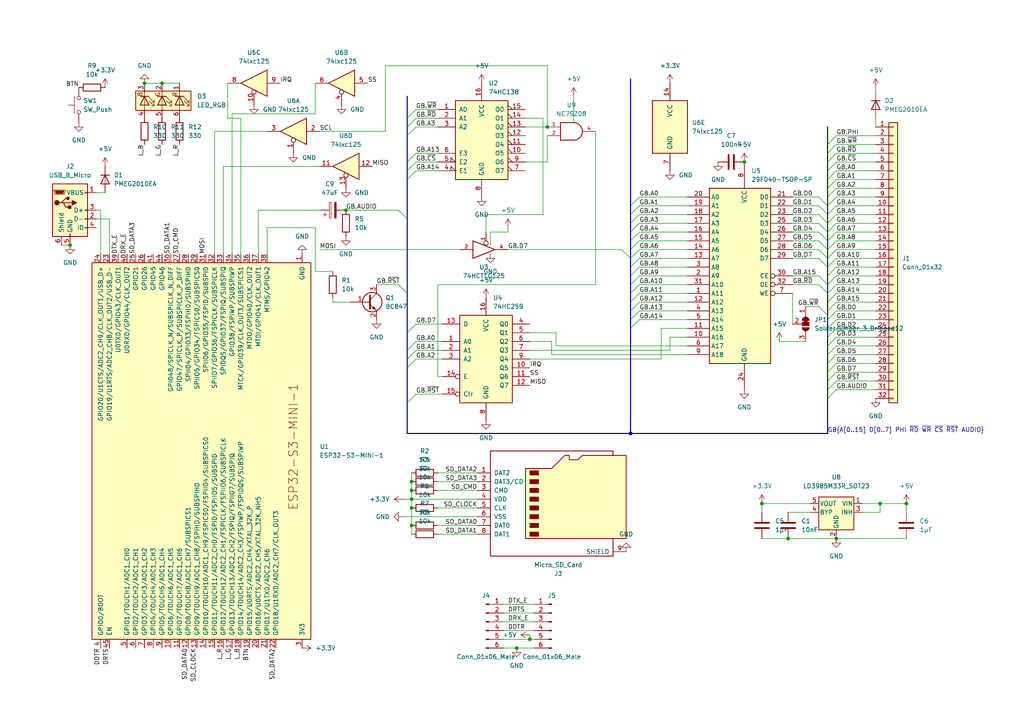
<source format=kicad_sch>
(kicad_sch (version 20211123) (generator eeschema)
  (paper "A4")
  (title_block (rev "DEV"))
  (junction (at 255.27 146.05))
  (junction (at 228.6 156.21))
  (junction (at 119.38 144.78))
  (junction (at 182.88 125.73))
  (junction (at 149.86 187.96))
  (junction (at 215.9 46.99))
  (junction (at 220.98 146.05))
  (junction (at 20.32 71.12))
  (junction (at 119.38 142.24))
  (junction (at 153.67 185.42))
  (junction (at 242.57 156.21))
  (junction (at 41.91 24.13))
  (junction (at 262.89 146.05))
  (junction (at 46.99 24.13))
  (junction (at 158.75 36.83))
  (junction (at 119.38 147.32))
  (junction (at 119.38 152.4))
  (junction (at 119.38 139.7))
  (junction (at 100.33 60.96))
  (bus_entry (at 240.03 82.55) (size -2.54 -2.54))
  (bus_entry (at 240.03 59.69) (size -2.54 -2.54))
  (bus_entry (at 240.03 64.77) (size 2.54 -2.54))
  (bus_entry (at 118.11 96.52) (size 2.54 -2.54))
  (bus_entry (at 240.03 59.69) (size 2.54 -2.54))
  (bus_entry (at 118.11 101.6) (size 2.54 -2.54))
  (bus_entry (at 240.03 77.47) (size 2.54 -2.54))
  (bus_entry (at 240.03 97.79) (size 2.54 -2.54))
  (bus_entry (at 182.88 82.55) (size 2.54 -2.54))
  (bus_entry (at 240.03 113.03) (size 2.54 -2.54))
  (bus_entry (at 240.03 110.49) (size 2.54 -2.54))
  (bus_entry (at 240.03 92.71) (size 2.54 -2.54))
  (bus_entry (at 240.03 69.85) (size -2.54 -2.54))
  (bus_entry (at 118.11 85.09) (size -2.54 -2.54))
  (bus_entry (at 240.03 52.07) (size 2.54 -2.54))
  (bus_entry (at 182.88 64.77) (size 2.54 -2.54))
  (bus_entry (at 118.11 46.99) (size 2.54 -2.54))
  (bus_entry (at 182.88 62.23) (size 2.54 -2.54))
  (bus_entry (at 182.88 72.39) (size 2.54 -2.54))
  (bus_entry (at 118.11 36.83) (size 2.54 -2.54))
  (bus_entry (at 240.03 85.09) (size 2.54 -2.54))
  (bus_entry (at 182.88 74.93) (size 2.54 -2.54))
  (bus_entry (at 240.03 72.39) (size 2.54 -2.54))
  (bus_entry (at 118.11 104.14) (size 2.54 -2.54))
  (bus_entry (at 182.88 67.31) (size 2.54 -2.54))
  (bus_entry (at 182.88 90.17) (size 2.54 -2.54))
  (bus_entry (at 240.03 74.93) (size 2.54 -2.54))
  (bus_entry (at 182.88 87.63) (size 2.54 -2.54))
  (bus_entry (at 240.03 107.95) (size 2.54 -2.54))
  (bus_entry (at 240.03 74.93) (size -2.54 -2.54))
  (bus_entry (at 118.11 39.37) (size 2.54 -2.54))
  (bus_entry (at 240.03 77.47) (size -2.54 -2.54))
  (bus_entry (at 240.03 67.31) (size 2.54 -2.54))
  (bus_entry (at 240.03 64.77) (size -2.54 -2.54))
  (bus_entry (at 240.03 57.15) (size 2.54 -2.54))
  (bus_entry (at 240.03 46.99) (size 2.54 -2.54))
  (bus_entry (at 182.88 77.47) (size 2.54 -2.54))
  (bus_entry (at 240.03 54.61) (size 2.54 -2.54))
  (bus_entry (at 182.88 80.01) (size 2.54 -2.54))
  (bus_entry (at 182.88 59.69) (size 2.54 -2.54))
  (bus_entry (at 240.03 95.25) (size 2.54 -2.54))
  (bus_entry (at 118.11 49.53) (size 2.54 -2.54))
  (bus_entry (at 240.03 72.39) (size -2.54 -2.54))
  (bus_entry (at 182.88 85.09) (size 2.54 -2.54))
  (bus_entry (at 240.03 87.63) (size 2.54 -2.54))
  (bus_entry (at 240.03 91.44) (size -2.54 -2.54))
  (bus_entry (at 240.03 44.45) (size 2.54 -2.54))
  (bus_entry (at 240.03 80.01) (size 2.54 -2.54))
  (bus_entry (at 118.11 106.68) (size 2.54 -2.54))
  (bus_entry (at 118.11 34.29) (size 2.54 -2.54))
  (bus_entry (at 240.03 105.41) (size 2.54 -2.54))
  (bus_entry (at 240.03 102.87) (size 2.54 -2.54))
  (bus_entry (at 240.03 69.85) (size 2.54 -2.54))
  (bus_entry (at 240.03 67.31) (size -2.54 -2.54))
  (bus_entry (at 240.03 62.23) (size 2.54 -2.54))
  (bus_entry (at 240.03 100.33) (size 2.54 -2.54))
  (bus_entry (at 182.88 74.93) (size -2.54 -2.54))
  (bus_entry (at 118.11 52.07) (size 2.54 -2.54))
  (bus_entry (at 118.11 116.84) (size 2.54 -2.54))
  (bus_entry (at 240.03 41.91) (size 2.54 -2.54))
  (bus_entry (at 118.11 63.5) (size -2.54 -2.54))
  (bus_entry (at 240.03 82.55) (size 2.54 -2.54))
  (bus_entry (at 182.88 95.25) (size 2.54 -2.54))
  (bus_entry (at 182.88 69.85) (size 2.54 -2.54))
  (bus_entry (at 240.03 85.09) (size -2.54 -2.54))
  (bus_entry (at 240.03 62.23) (size -2.54 -2.54))
  (bus_entry (at 240.03 49.53) (size 2.54 -2.54))
  (bus_entry (at 240.03 90.17) (size 2.54 -2.54))
  (bus_entry (at 240.03 115.57) (size 2.54 -2.54))
  (bus_entry (at 182.88 92.71) (size 2.54 -2.54))
  (wire (pts (xy 229.87 74.93) (xy 237.49 74.93)))
  (wire (pts (xy 242.57 41.91) (xy 254 41.91)))
  (wire (pts (xy 91.44 33.02) (xy 67.31 33.02)))
  (wire (pts (xy 228.6 156.21) (xy 242.57 156.21)))
  (bus (pts (xy 240.03 41.91) (xy 240.03 44.45)))
  (wire (pts (xy 242.57 39.37) (xy 254 39.37)))
  (wire (pts (xy 120.65 36.83) (xy 127 36.83)))
  (wire (pts (xy 255.27 146.05) (xy 255.27 148.59)))
  (bus (pts (xy 118.11 39.37) (xy 118.11 46.99)))
  (bus (pts (xy 240.03 82.55) (xy 240.03 85.09)))
  (wire (pts (xy 199.39 102.87) (xy 160.02 102.87)))
  (wire (pts (xy 242.57 44.45) (xy 254 44.45)))
  (wire (pts (xy 242.57 87.63) (xy 254 87.63)))
  (bus (pts (xy 182.88 74.93) (xy 182.88 77.47)))
  (wire (pts (xy 64.77 48.26) (xy 64.77 73.66)))
  (wire (pts (xy 160.02 102.87) (xy 160.02 99.06)))
  (wire (pts (xy 127 147.32) (xy 138.43 147.32)))
  (wire (pts (xy 242.57 52.07) (xy 254 52.07)))
  (wire (pts (xy 242.57 107.95) (xy 254 107.95)))
  (wire (pts (xy 153.67 104.14) (xy 191.77 104.14)))
  (wire (pts (xy 91.44 24.13) (xy 91.44 33.02)))
  (wire (pts (xy 242.57 156.21) (xy 262.89 156.21)))
  (bus (pts (xy 240.03 85.09) (xy 240.03 87.63)))
  (wire (pts (xy 161.29 100.33) (xy 199.39 100.33)))
  (wire (pts (xy 17.78 71.12) (xy 20.32 71.12)))
  (bus (pts (xy 240.03 90.17) (xy 240.03 91.44)))
  (wire (pts (xy 120.65 114.3) (xy 128.27 114.3)))
  (wire (pts (xy 92.71 48.26) (xy 64.77 48.26)))
  (wire (pts (xy 242.57 100.33) (xy 254 100.33)))
  (bus (pts (xy 118.11 63.5) (xy 118.11 85.09)))
  (bus (pts (xy 240.03 113.03) (xy 240.03 115.57)))
  (bus (pts (xy 240.03 107.95) (xy 240.03 110.49)))
  (wire (pts (xy 119.38 139.7) (xy 119.38 142.24)))
  (bus (pts (xy 182.88 80.01) (xy 182.88 82.55)))
  (bus (pts (xy 240.03 36.83) (xy 240.03 41.91)))
  (wire (pts (xy 91.44 78.74) (xy 91.44 66.04)))
  (bus (pts (xy 182.88 125.73) (xy 118.11 125.73)))
  (wire (pts (xy 67.31 33.02) (xy 67.31 73.66)))
  (wire (pts (xy 127 82.55) (xy 127 109.22)))
  (wire (pts (xy 242.57 54.61) (xy 254 54.61)))
  (wire (pts (xy 242.57 67.31) (xy 254 67.31)))
  (wire (pts (xy 242.57 82.55) (xy 254 82.55)))
  (bus (pts (xy 118.11 27.94) (xy 118.11 34.29)))
  (wire (pts (xy 127 82.55) (xy 172.72 82.55)))
  (wire (pts (xy 242.57 97.79) (xy 254 97.79)))
  (wire (pts (xy 229.87 69.85) (xy 237.49 69.85)))
  (wire (pts (xy 153.67 184.15) (xy 153.67 185.42)))
  (wire (pts (xy 120.65 49.53) (xy 127 49.53)))
  (wire (pts (xy 229.87 67.31) (xy 237.49 67.31)))
  (wire (pts (xy 160.02 99.06) (xy 153.67 99.06)))
  (wire (pts (xy 92.71 38.1) (xy 111.76 38.1)))
  (wire (pts (xy 66.04 24.13) (xy 66.04 34.29)))
  (wire (pts (xy 242.57 62.23) (xy 254 62.23)))
  (wire (pts (xy 92.71 60.96) (xy 74.93 60.96)))
  (wire (pts (xy 127 154.94) (xy 138.43 154.94)))
  (wire (pts (xy 233.68 88.9) (xy 237.49 88.9)))
  (wire (pts (xy 242.57 105.41) (xy 254 105.41)))
  (wire (pts (xy 66.04 34.29) (xy 69.85 34.29)))
  (bus (pts (xy 240.03 54.61) (xy 240.03 57.15)))
  (wire (pts (xy 185.42 57.15) (xy 199.39 57.15)))
  (wire (pts (xy 111.76 19.05) (xy 158.75 19.05)))
  (wire (pts (xy 146.05 187.96) (xy 149.86 187.96)))
  (wire (pts (xy 120.65 34.29) (xy 127 34.29)))
  (bus (pts (xy 240.03 95.25) (xy 240.03 97.79)))
  (bus (pts (xy 240.03 91.44) (xy 240.03 92.71)))
  (wire (pts (xy 220.98 156.21) (xy 228.6 156.21)))
  (wire (pts (xy 154.94 180.34) (xy 146.05 180.34)))
  (bus (pts (xy 240.03 100.33) (xy 240.03 102.87)))
  (bus (pts (xy 182.88 77.47) (xy 182.88 80.01)))
  (bus (pts (xy 240.03 97.79) (xy 240.03 100.33)))
  (bus (pts (xy 240.03 69.85) (xy 240.03 72.39)))
  (wire (pts (xy 119.38 137.16) (xy 119.38 139.7)))
  (bus (pts (xy 240.03 62.23) (xy 240.03 64.77)))
  (wire (pts (xy 29.21 73.66) (xy 29.21 60.96)))
  (wire (pts (xy 185.42 67.31) (xy 199.39 67.31)))
  (wire (pts (xy 242.57 92.71) (xy 254 92.71)))
  (bus (pts (xy 240.03 59.69) (xy 240.03 62.23)))
  (wire (pts (xy 242.57 80.01) (xy 254 80.01)))
  (bus (pts (xy 118.11 52.07) (xy 118.11 63.5)))
  (bus (pts (xy 240.03 77.47) (xy 240.03 80.01)))
  (bus (pts (xy 118.11 101.6) (xy 118.11 104.14)))
  (wire (pts (xy 119.38 142.24) (xy 119.38 144.78)))
  (wire (pts (xy 120.65 104.14) (xy 128.27 104.14)))
  (bus (pts (xy 240.03 110.49) (xy 240.03 113.03)))
  (wire (pts (xy 116.84 149.86) (xy 138.43 149.86)))
  (bus (pts (xy 182.88 59.69) (xy 182.88 62.23)))
  (wire (pts (xy 185.42 85.09) (xy 199.39 85.09)))
  (wire (pts (xy 127 152.4) (xy 138.43 152.4)))
  (bus (pts (xy 182.88 22.86) (xy 182.88 59.69)))
  (wire (pts (xy 185.42 92.71) (xy 199.39 92.71)))
  (wire (pts (xy 101.6 87.63) (xy 96.52 87.63)))
  (bus (pts (xy 182.88 67.31) (xy 182.88 69.85)))
  (wire (pts (xy 147.32 72.39) (xy 180.34 72.39)))
  (wire (pts (xy 185.42 87.63) (xy 199.39 87.63)))
  (wire (pts (xy 120.65 44.45) (xy 127 44.45)))
  (wire (pts (xy 119.38 147.32) (xy 119.38 152.4)))
  (bus (pts (xy 240.03 52.07) (xy 240.03 54.61)))
  (wire (pts (xy 229.87 82.55) (xy 237.49 82.55)))
  (bus (pts (xy 240.03 44.45) (xy 240.03 46.99)))
  (wire (pts (xy 127 137.16) (xy 138.43 137.16)))
  (bus (pts (xy 182.88 62.23) (xy 182.88 64.77)))
  (bus (pts (xy 240.03 72.39) (xy 240.03 74.93)))
  (wire (pts (xy 254 34.29) (xy 254 36.83)))
  (bus (pts (xy 118.11 104.14) (xy 118.11 106.68)))
  (wire (pts (xy 185.42 80.01) (xy 199.39 80.01)))
  (wire (pts (xy 250.19 146.05) (xy 255.27 146.05)))
  (wire (pts (xy 157.48 62.23) (xy 140.97 62.23)))
  (wire (pts (xy 27.94 55.88) (xy 30.48 55.88)))
  (bus (pts (xy 240.03 49.53) (xy 240.03 52.07)))
  (wire (pts (xy 120.65 99.06) (xy 128.27 99.06)))
  (wire (pts (xy 120.65 93.98) (xy 128.27 93.98)))
  (wire (pts (xy 140.97 62.23) (xy 140.97 67.31)))
  (wire (pts (xy 119.38 144.78) (xy 119.38 147.32)))
  (wire (pts (xy 242.57 77.47) (xy 254 77.47)))
  (wire (pts (xy 154.94 177.8) (xy 146.05 177.8)))
  (wire (pts (xy 153.67 185.42) (xy 146.05 185.42)))
  (wire (pts (xy 220.98 146.05) (xy 220.98 148.59)))
  (wire (pts (xy 166.37 27.94) (xy 166.37 35.56)))
  (wire (pts (xy 119.38 152.4) (xy 119.38 154.94)))
  (bus (pts (xy 240.03 102.87) (xy 240.03 105.41)))
  (wire (pts (xy 229.87 57.15) (xy 237.49 57.15)))
  (wire (pts (xy 233.68 99.06) (xy 226.06 99.06)))
  (bus (pts (xy 240.03 92.71) (xy 240.03 95.25)))
  (bus (pts (xy 240.03 105.41) (xy 240.03 107.95)))
  (wire (pts (xy 69.85 34.29) (xy 69.85 73.66)))
  (bus (pts (xy 240.03 125.73) (xy 182.88 125.73)))
  (wire (pts (xy 191.77 104.14) (xy 191.77 95.25)))
  (wire (pts (xy 154.94 175.26) (xy 146.05 175.26)))
  (bus (pts (xy 118.11 106.68) (xy 118.11 116.84)))
  (wire (pts (xy 242.57 110.49) (xy 254 110.49)))
  (bus (pts (xy 118.11 96.52) (xy 118.11 101.6)))
  (wire (pts (xy 161.29 96.52) (xy 153.67 96.52)))
  (wire (pts (xy 62.23 38.1) (xy 62.23 73.66)))
  (wire (pts (xy 154.94 182.88) (xy 146.05 182.88)))
  (wire (pts (xy 220.98 146.05) (xy 234.95 146.05)))
  (wire (pts (xy 199.39 97.79) (xy 194.31 97.79)))
  (wire (pts (xy 109.22 82.55) (xy 115.57 82.55)))
  (wire (pts (xy 242.57 102.87) (xy 254 102.87)))
  (wire (pts (xy 242.57 95.25) (xy 254 95.25)))
  (wire (pts (xy 41.91 24.13) (xy 46.99 24.13)))
  (wire (pts (xy 147.32 67.31) (xy 142.24 67.31)))
  (wire (pts (xy 255.27 146.05) (xy 262.89 146.05)))
  (wire (pts (xy 31.75 63.5) (xy 31.75 73.66)))
  (wire (pts (xy 120.65 101.6) (xy 128.27 101.6)))
  (bus (pts (xy 240.03 115.57) (xy 240.03 125.73)))
  (wire (pts (xy 147.32 66.04) (xy 147.32 67.31)))
  (bus (pts (xy 182.88 87.63) (xy 182.88 90.17)))
  (wire (pts (xy 120.65 46.99) (xy 127 46.99)))
  (wire (pts (xy 100.33 60.96) (xy 115.57 60.96)))
  (wire (pts (xy 158.75 39.37) (xy 158.75 46.99)))
  (wire (pts (xy 185.42 69.85) (xy 199.39 69.85)))
  (wire (pts (xy 194.31 101.6) (xy 153.67 101.6)))
  (bus (pts (xy 182.88 64.77) (xy 182.88 67.31)))
  (wire (pts (xy 152.4 46.99) (xy 158.75 46.99)))
  (wire (pts (xy 242.57 85.09) (xy 254 85.09)))
  (wire (pts (xy 74.93 60.96) (xy 74.93 73.66)))
  (bus (pts (xy 182.88 72.39) (xy 182.88 74.93)))
  (wire (pts (xy 254 25.4) (xy 254 26.67)))
  (wire (pts (xy 229.87 93.98) (xy 229.87 85.09)))
  (wire (pts (xy 157.48 34.29) (xy 157.48 62.23)))
  (wire (pts (xy 120.65 31.75) (xy 127 31.75)))
  (bus (pts (xy 240.03 74.93) (xy 240.03 77.47)))
  (wire (pts (xy 119.38 144.78) (xy 138.43 144.78)))
  (wire (pts (xy 229.87 64.77) (xy 237.49 64.77)))
  (wire (pts (xy 250.19 148.59) (xy 255.27 148.59)))
  (wire (pts (xy 111.76 38.1) (xy 111.76 19.05)))
  (wire (pts (xy 228.6 148.59) (xy 234.95 148.59)))
  (wire (pts (xy 152.4 34.29) (xy 157.48 34.29)))
  (wire (pts (xy 172.72 38.1) (xy 172.72 82.55)))
  (bus (pts (xy 182.88 92.71) (xy 182.88 95.25)))
  (wire (pts (xy 185.42 82.55) (xy 199.39 82.55)))
  (wire (pts (xy 242.57 74.93) (xy 254 74.93)))
  (wire (pts (xy 27.94 63.5) (xy 31.75 63.5)))
  (wire (pts (xy 91.44 66.04) (xy 77.47 66.04)))
  (wire (pts (xy 185.42 59.69) (xy 199.39 59.69)))
  (wire (pts (xy 191.77 95.25) (xy 199.39 95.25)))
  (bus (pts (xy 182.88 69.85) (xy 182.88 72.39)))
  (wire (pts (xy 77.47 66.04) (xy 77.47 73.66)))
  (wire (pts (xy 92.71 72.39) (xy 133.35 72.39)))
  (wire (pts (xy 229.87 59.69) (xy 237.49 59.69)))
  (bus (pts (xy 240.03 87.63) (xy 240.03 90.17)))
  (wire (pts (xy 46.99 24.13) (xy 52.07 24.13)))
  (wire (pts (xy 161.29 100.33) (xy 161.29 96.52)))
  (wire (pts (xy 149.86 187.96) (xy 154.94 187.96)))
  (bus (pts (xy 182.88 95.25) (xy 182.88 125.73)))
  (wire (pts (xy 242.57 46.99) (xy 254 46.99)))
  (bus (pts (xy 182.88 82.55) (xy 182.88 85.09)))
  (wire (pts (xy 242.57 69.85) (xy 254 69.85)))
  (wire (pts (xy 127 109.22) (xy 128.27 109.22)))
  (bus (pts (xy 118.11 116.84) (xy 118.11 125.73)))
  (bus (pts (xy 118.11 85.09) (xy 118.11 96.52)))
  (bus (pts (xy 240.03 80.01) (xy 240.03 82.55)))
  (wire (pts (xy 242.57 64.77) (xy 254 64.77)))
  (bus (pts (xy 240.03 46.99) (xy 240.03 49.53)))
  (bus (pts (xy 118.11 34.29) (xy 118.11 36.83)))
  (bus (pts (xy 182.88 85.09) (xy 182.88 87.63)))
  (bus (pts (xy 240.03 57.15) (xy 240.03 59.69)))
  (wire (pts (xy 185.42 72.39) (xy 199.39 72.39)))
  (bus (pts (xy 240.03 64.77) (xy 240.03 67.31)))
  (wire (pts (xy 242.57 49.53) (xy 254 49.53)))
  (wire (pts (xy 142.24 67.31) (xy 142.24 71.12)))
  (wire (pts (xy 229.87 72.39) (xy 237.49 72.39)))
  (wire (pts (xy 185.42 64.77) (xy 199.39 64.77)))
  (wire (pts (xy 185.42 90.17) (xy 199.39 90.17)))
  (wire (pts (xy 194.31 97.79) (xy 194.31 101.6)))
  (wire (pts (xy 185.42 74.93) (xy 199.39 74.93)))
  (wire (pts (xy 229.87 62.23) (xy 237.49 62.23)))
  (wire (pts (xy 229.87 80.01) (xy 237.49 80.01)))
  (wire (pts (xy 77.47 38.1) (xy 62.23 38.1)))
  (wire (pts (xy 96.52 78.74) (xy 91.44 78.74)))
  (bus (pts (xy 118.11 46.99) (xy 118.11 49.53)))
  (wire (pts (xy 152.4 36.83) (xy 158.75 36.83)))
  (wire (pts (xy 242.57 59.69) (xy 254 59.69)))
  (bus (pts (xy 118.11 36.83) (xy 118.11 39.37)))
  (wire (pts (xy 242.57 113.03) (xy 254 113.03)))
  (bus (pts (xy 240.03 67.31) (xy 240.03 69.85)))
  (wire (pts (xy 185.42 62.23) (xy 199.39 62.23)))
  (wire (pts (xy 158.75 19.05) (xy 158.75 36.83)))
  (wire (pts (xy 262.89 146.05) (xy 262.89 148.59)))
  (wire (pts (xy 242.57 57.15) (xy 254 57.15)))
  (wire (pts (xy 116.84 144.78) (xy 119.38 144.78)))
  (wire (pts (xy 127 139.7) (xy 138.43 139.7)))
  (wire (pts (xy 29.21 60.96) (xy 27.94 60.96)))
  (wire (pts (xy 185.42 77.47) (xy 199.39 77.47)))
  (wire (pts (xy 242.57 72.39) (xy 254 72.39)))
  (wire (pts (xy 242.57 90.17) (xy 254 90.17)))
  (wire (pts (xy 96.52 87.63) (xy 96.52 86.36)))
  (bus (pts (xy 118.11 49.53) (xy 118.11 52.07)))
  (wire (pts (xy 127 142.24) (xy 138.43 142.24)))
  (bus (pts (xy 182.88 90.17) (xy 182.88 92.71)))
  (wire (pts (xy 154.94 185.42) (xy 153.67 185.42)))
  (label "SD_DATA3" (at 39.37 73.66 90))
  (label "GB.D3" (at 229.87 64.77 0))
  (label "GB.A6" (at 242.57 64.77 0))
  (label "SD_DATA3" (at 138.43 139.7 180))
  (label "GB.D4" (at 242.57 100.33 0))
  (label "GB.D6" (at 229.87 72.39 0))
  (label "GB.A9" (at 185.42 80.01 0))
  (label "MISO" (at 107.95 48.26 0))
  (label "GB.D7" (at 242.57 107.95 0))
  (label "DRTS" (at 147.32 177.8 0))
  (label "GB.D0" (at 242.57 90.17 0))
  (label "GB.D6" (at 242.57 105.41 0))
  (label "L_B" (at 69.85 187.96 270))
  (label "L_B" (at 41.91 41.91 270))
  (label "GB.A12" (at 242.57 80.01 0))
  (label "IRQ" (at 81.28 24.13 0))
  (label "GB.~{CS}" (at 242.57 46.99 0))
  (label "SD_DATA1" (at 138.43 154.94 180))
  (label "GB.A14" (at 242.57 85.09 0))
  (label "GB.A12" (at 185.42 87.63 0))
  (label "GB.D5" (at 229.87 69.85 0))
  (label "MISO" (at 153.67 111.76 0))
  (label "SD_CMD" (at 52.07 73.66 90))
  (label "DRX_E" (at 36.83 73.66 90))
  (label "GB.~{WR}" (at 237.49 88.9 180))
  (label "GB.D2" (at 242.57 95.25 0))
  (label "GB.A2" (at 242.57 54.61 0))
  (label "GB.A0" (at 185.42 57.15 0))
  (label "L_G" (at 67.31 187.96 270))
  (label "GB.A5" (at 242.57 62.23 0))
  (label "GB.A15" (at 229.87 80.01 0))
  (label "BTN" (at 72.39 187.96 270))
  (label "SD_DATA0" (at 54.61 187.96 270))
  (label "GB.~{RST}" (at 242.57 110.49 0))
  (label "L_R" (at 52.07 41.91 270))
  (label "GB.~{WR}" (at 120.65 31.75 0))
  (label "GB.D7" (at 120.65 93.98 0))
  (label "SD_DATA1" (at 49.53 73.66 90))
  (label "GB.A15" (at 242.57 87.63 0))
  (label "GB.AUDIO" (at 242.57 113.03 0))
  (label "L_G" (at 46.99 41.91 270))
  (label "GB.A3" (at 120.65 36.83 0))
  (label "GB.D7" (at 147.32 72.39 0))
  (label "GB.D4" (at 229.87 67.31 0))
  (label "GB.A9" (at 242.57 72.39 0))
  (label "GB.A8" (at 242.57 69.85 0))
  (label "GB.A1" (at 120.65 101.6 0))
  (label "SD_CMD" (at 138.43 142.24 180))
  (label "GB.A3" (at 242.57 57.15 0))
  (label "GB.A11" (at 242.57 77.47 0))
  (label "GB.D7" (at 229.87 74.93 0))
  (label "GB.PHI" (at 242.57 39.37 0))
  (label "DRTS" (at 31.75 187.96 270))
  (label "GB.~{RD}" (at 229.87 82.55 0))
  (label "GB.A13" (at 120.65 44.45 0))
  (label "GB.D2" (at 229.87 62.23 0))
  (label "DTX_E" (at 34.29 73.66 90))
  (label "GB{A[0..15] D[0..7] PHI ~{RD} ~{WR} ~{CS} ~{RST} AUDIO} " (at 240.03 125.73 0))
  (label "BTN" (at 22.86 25.4 180))
  (label "DDTR" (at 29.21 187.96 270))
  (label "SD_DATA2" (at 80.01 187.96 270))
  (label "DDTR" (at 147.32 182.88 0))
  (label "GB.~{RST}" (at 109.22 82.55 0))
  (label "GB.~{RST}" (at 120.65 114.3 0))
  (label "GB.A3" (at 185.42 64.77 0))
  (label "GB.A1" (at 242.57 52.07 0))
  (label "GB.A14" (at 120.65 49.53 0))
  (label "GB.D1" (at 229.87 59.69 0))
  (label "GB.A7" (at 242.57 67.31 0))
  (label "GB.A11" (at 185.42 85.09 0))
  (label "SD_CLOCK" (at 57.15 187.96 270))
  (label "SD_CLOCK" (at 138.43 147.32 180))
  (label "GB.A10" (at 185.42 82.55 0))
  (label "GB.D3" (at 242.57 97.79 0))
  (label "GB.~{CS}" (at 120.65 46.99 0))
  (label "SCL" (at 92.71 38.1 0))
  (label "GB.~{RD}" (at 120.65 34.29 0))
  (label "GB.A13" (at 242.57 82.55 0))
  (label "GB.A4" (at 242.57 59.69 0))
  (label "SD_DATA2" (at 138.43 137.16 180))
  (label "GB.A2" (at 185.42 62.23 0))
  (label "GB.D5" (at 242.57 102.87 0))
  (label "MOSI" (at 92.71 72.39 0))
  (label "GB.D0" (at 229.87 57.15 0))
  (label "GB.A0" (at 120.65 99.06 0))
  (label "GB.A10" (at 242.57 74.93 0))
  (label "GB.A7" (at 185.42 74.93 0))
  (label "GB.A8" (at 185.42 77.47 0))
  (label "SD_DATA0" (at 138.43 152.4 180))
  (label "GB.A2" (at 120.65 104.14 0))
  (label "L_R" (at 64.77 187.96 270))
  (label "DTX_E" (at 147.32 175.26 0))
  (label "SS" (at 153.67 109.22 0))
  (label "GB.A1" (at 185.42 59.69 0))
  (label "GB.A13" (at 185.42 90.17 0))
  (label "IRQ" (at 153.67 106.68 0))
  (label "GB.A6" (at 185.42 72.39 0))
  (label "GB.A14" (at 185.42 92.71 0))
  (label "GB.A4" (at 185.42 67.31 0))
  (label "DRX_E" (at 147.32 180.34 0))
  (label "GB.~{RD}" (at 242.57 44.45 0))
  (label "GB.A5" (at 185.42 69.85 0))
  (label "GB.~{WR}" (at 242.57 41.91 0))
  (label "GB.D1" (at 242.57 92.71 0))
  (label "GB.AUDIO" (at 100.33 60.96 0))
  (label "GB.A0" (at 242.57 49.53 0))
  (label "SS" (at 106.68 24.13 0))
  (label "MOSI" (at 59.69 73.66 90))
  (symbol (lib_id "Device:R") (at 123.19 147.32 90) (unit 1)
    (property "Reference" "R6" (at 123.19 140.97 90))
    (property "Value" "10k" (at 123.19 143.51 90))
    (property "Footprint" "Resistor_SMD:R_0402_1005Metric_Pad0.72x0.64mm_HandSolder" (effects hide))
  )
  (symbol (lib_id "power:GND") (at 254 115.57 0) (unit 1)
    (property "Reference" "#PWR0101" (effects hide))
    (property "Value" "GND" (at 254 120.65 0))
  )
  (symbol (lib_id "74xGxx:74AHCT1G08") (at 166.37 38.1 0) (unit 1)
    (property "Reference" "U9" (at 165.735 30.48 0))
    (property "Value" "NC7SZ08" (at 165.735 33.02 0))
    (property "Footprint" "Package_TO_SOT_SMD:SOT-353_SC-70-5_Handsoldering" (effects hide))
  )
  (symbol (lib_id "Transistor_BJT:BC847") (at 106.68 87.63 0) (unit 1)
    (property "Reference" "Q1" (at 111.76 86.3599 0) (effects (justify left)))
    (property "Value" "BC847" (at 111.76 88.8999 0) (effects (justify left)))
    (property "Footprint" "Package_TO_SOT_SMD:SOT-23" (effects hide))
    (property "Datasheet" "http://www.infineon.com/dgdl/Infineon-BC847SERIES_BC848SERIES_BC849SERIES_BC850SERIES-DS-v01_01-en.pdf?fileId=db3a304314dca389011541d4630a1657" (effects hide))
  )
  (symbol (lib_id "power:GND") (at 87.63 73.66 180) (unit 1)
    (property "Reference" "#PWR09" (effects hide))
    (property "Value" "GND" (at 87.63 68.58 0))
  )
  (symbol (lib_id "Device:R") (at 96.52 82.55 0) (unit 1)
    (property "Reference" "R1" (at 99.06 81.2799 0) (effects (justify left)))
    (property "Value" "10k" (at 99.06 83.8199 0) (effects (justify left)))
    (property "Footprint" "Resistor_SMD:R_0402_1005Metric_Pad0.72x0.64mm_HandSolder" (effects hide))
  )
  (symbol (lib_id "Device:C") (at 262.89 152.4 0) (unit 1)
    (property "Reference" "C6" (at 266.7 151.1299 0) (effects (justify left)))
    (property "Value" "1µF" (at 266.7 153.6699 0) (effects (justify left)))
    (property "Footprint" "Capacitor_SMD:C_0805_2012Metric_Pad1.18x1.45mm_HandSolder" (effects hide))
  )
  (symbol (lib_id "74xx:74LS259") (at 140.97 104.14 0) (unit 1)
    (property "Reference" "U4" (at 142.9894 86.36 0) (effects (justify left)))
    (property "Value" "74HC259" (at 142.9894 88.9 0) (effects (justify left)))
    (property "Footprint" "Package_SO:SO-16_3.9x9.9mm_P1.27mm" (effects hide))
    (property "Datasheet" "http://www.ti.com/lit/gpn/sn74LS259" (effects hide))
  )
  (symbol (lib_id "power:+5V") (at 254 25.4 0) (unit 1)
    (property "Reference" "#PWR0102" (effects hide))
    (property "Value" "+5V" (at 254 20.32 0))
  )
  (symbol (lib_id "Device:LED_RGB") (at 46.99 29.21 270) (unit 1)
    (property "Reference" "D3" (at 57.15 27.9399 90) (effects (justify left)))
    (property "Value" "LED_RGB" (at 57.15 30.4799 90) (effects (justify left)))
    (property "Footprint" "LED_SMD:LED_RGB_PLCC-6" (effects hide))
  )
  (symbol (lib_id "power:GND") (at 100.33 54.61 0) (unit 1)
    (property "Reference" "#PWR0105" (effects hide))
    (property "Value" "GND" (at 102.87 55.8799 0) (effects (justify left)))
  )
  (symbol (lib_id "Connector:Conn_01x06_Male") (at 140.97 180.34 0) (unit 1)
    (property "Reference" "J4" (at 140.97 172.72 0))
    (property "Value" "Conn_01x06_Male" (at 140.97 190.5 0))
    (property "Footprint" "Connector_PinHeader_2.54mm:PinHeader_2x03_P2.54mm_Vertical_SMD" (effects hide))
  )
  (symbol (lib_id "power:GND") (at 242.57 156.21 0) (unit 1)
    (property "Reference" "#PWR0111" (effects hide))
    (property "Value" "GND" (at 242.57 161.29 0))
  )
  (symbol (lib_id "Device:D") (at 30.48 52.07 270) (unit 1)
    (property "Reference" "D1" (at 33.02 50.7999 90) (effects (justify left)))
    (property "Value" "PMEG2010EA" (at 33.02 53.3399 90) (effects (justify left)))
    (property "Footprint" "Diode_SMD:D_SOD-323" (effects hide))
  )
  (symbol (lib_id "power:+5V") (at 262.89 146.05 0) (unit 1)
    (property "Reference" "#PWR0112" (effects hide))
    (property "Value" "+5V" (at 262.89 140.97 0))
  )
  (symbol (lib_id "power:+5V") (at 139.7 24.13 0) (unit 1)
    (property "Reference" "#PWR012" (effects hide))
    (property "Value" "+5V" (at 139.7 19.05 0))
  )
  (symbol (lib_id "Device:R") (at 46.99 38.1 0) (unit 1)
    (property "Reference" "R11" (at 49.53 36.8299 0) (effects (justify left)))
    (property "Value" "330" (at 49.53 39.3699 0) (effects (justify left)))
    (property "Footprint" "Resistor_SMD:R_0402_1005Metric_Pad0.72x0.64mm_HandSolder" (effects hide))
  )
  (symbol (lib_id "74xx:74LS125") (at 194.31 36.83 0) (unit 5)
    (property "Reference" "U6" (at 200.66 35.5599 0) (effects (justify left)))
    (property "Value" "74lxc125" (at 200.66 38.0999 0) (effects (justify left)))
    (property "Footprint" "Package_SO:SO-14_3.9x8.65mm_P1.27mm" (effects hide))
    (property "Datasheet" "http://www.ti.com/lit/gpn/sn74LS125" (effects hide))
  )
  (symbol (lib_id "power:+5V") (at 153.67 184.15 90) (unit 1)
    (property "Reference" "#PWR0109" (effects hide))
    (property "Value" "+5V" (at 149.86 184.1499 90) (effects (justify left)))
  )
  (symbol (lib_id "Device:C") (at 228.6 152.4 0) (unit 1)
    (property "Reference" "C1" (at 232.41 151.1299 0) (effects (justify left)))
    (property "Value" "10nF" (at 232.41 153.6699 0) (effects (justify left)))
    (property "Footprint" "Capacitor_SMD:C_0805_2012Metric_Pad1.18x1.45mm_HandSolder" (effects hide))
  )
  (symbol (lib_id "power:+5V") (at 147.32 66.04 0) (unit 1)
    (property "Reference" "#PWR02" (effects hide))
    (property "Value" "+5V" (at 147.32 60.96 0))
  )
  (symbol (lib_id "Device:C_Polarized") (at 96.52 60.96 90) (unit 1)
    (property "Reference" "C9" (at 95.631 53.34 90))
    (property "Value" "47uF" (at 95.631 55.88 90))
    (property "Footprint" "Capacitor_Tantalum_SMD:CP_EIA-7343-31_Kemet-D" (effects hide))
  )
  (symbol (lib_id "Device:R") (at 41.91 38.1 0) (unit 1)
    (property "Reference" "R10" (at 44.45 36.8299 0) (effects (justify left)))
    (property "Value" "330" (at 44.45 39.3699 0) (effects (justify left)))
    (property "Footprint" "Resistor_SMD:R_0402_1005Metric_Pad0.72x0.64mm_HandSolder" (effects hide))
  )
  (symbol (lib_id "Device:R") (at 52.07 38.1 0) (unit 1)
    (property "Reference" "R12" (at 54.61 36.8299 0) (effects (justify left)))
    (property "Value" "330" (at 54.61 39.3699 0) (effects (justify left)))
    (property "Footprint" "Resistor_SMD:R_0402_1005Metric_Pad0.72x0.64mm_HandSolder" (effects hide))
  )
  (symbol (lib_id "Device:R") (at 123.19 152.4 90) (unit 1)
    (property "Reference" "R7" (at 123.19 146.05 90))
    (property "Value" "10k" (at 123.19 148.59 90))
    (property "Footprint" "Resistor_SMD:R_0402_1005Metric_Pad0.72x0.64mm_HandSolder" (effects hide))
  )
  (symbol (lib_id "power:GND") (at 73.66 30.48 0) (unit 1)
    (property "Reference" "#PWR018" (effects hide))
    (property "Value" "GND" (at 76.2 31.7499 0) (effects (justify left)))
  )
  (symbol (lib_id "power:GND") (at 142.24 73.66 0) (unit 1)
    (property "Reference" "#PWR01" (effects hide))
    (property "Value" "GND" (at 142.24 78.74 0))
  )
  (symbol (lib_id "74xx:74LS125") (at 99.06 24.13 0) (mirror y) (unit 2)
    (property "Reference" "U6" (at 99.06 15.24 0))
    (property "Value" "74lxc125" (at 99.06 17.78 0))
    (property "Footprint" "Package_SO:SO-14_3.9x8.65mm_P1.27mm" (effects hide))
    (property "Datasheet" "http://www.ti.com/lit/gpn/sn74LS125" (effects hide))
  )
  (symbol (lib_id "power:GND") (at 109.22 92.71 0) (unit 1)
    (property "Reference" "#PWR011" (effects hide))
    (property "Value" "GND" (at 109.22 97.79 0))
  )
  (symbol (lib_id "Regulator_Linear:LD3985M33R_SOT23") (at 242.57 148.59 0) (mirror y) (unit 1)
    (property "Reference" "U8" (at 242.57 138.43 0))
    (property "Value" "LD3985M33R_SOT23" (at 242.57 140.97 0))
    (property "Footprint" "Package_TO_SOT_SMD:SOT-23-5" (effects hide))
    (property "Datasheet" "http://www.st.com/internet/com/TECHNICAL_RESOURCES/TECHNICAL_LITERATURE/DATASHEET/CD00003395.pdf" (effects hide))
  )
  (symbol (lib_id "74xx:74LS125") (at 73.66 24.13 0) (mirror y) (unit 3)
    (property "Reference" "U6" (at 73.66 15.24 0))
    (property "Value" "74lxc125" (at 73.66 17.78 0))
    (property "Footprint" "Package_SO:SO-14_3.9x8.65mm_P1.27mm" (effects hide))
    (property "Datasheet" "http://www.ti.com/lit/gpn/sn74LS125" (effects hide))
  )
  (symbol (lib_id "power:+5V") (at 166.37 27.94 0) (unit 1)
    (property "Reference" "#PWR015" (effects hide))
    (property "Value" "+5V" (at 166.37 22.86 0))
  )
  (symbol (lib_id "74xx:74LS125") (at 100.33 48.26 0) (mirror y) (unit 4)
    (property "Reference" "U6" (at 100.33 39.37 0))
    (property "Value" "74lxc125" (at 100.33 41.91 0))
    (property "Footprint" "Package_SO:SO-14_3.9x8.65mm_P1.27mm" (effects hide))
    (property "Datasheet" "http://www.ti.com/lit/gpn/sn74LS125" (effects hide))
  )
  (symbol (lib_id "power:GND") (at 139.7 57.15 0) (unit 1)
    (property "Reference" "#PWR05" (effects hide))
    (property "Value" "GND" (at 139.7 62.23 0))
  )
  (symbol (lib_id "power:GND") (at 100.33 68.58 0) (unit 1)
    (property "Reference" "#PWR016" (effects hide))
    (property "Value" "GND" (at 100.33 73.66 0))
  )
  (symbol (lib_id "power:+3.3V") (at 116.84 144.78 90) (unit 1)
    (property "Reference" "#PWR03" (effects hide))
    (property "Value" "+3.3V" (at 113.03 144.7801 90) (effects (justify left)))
  )
  (symbol (lib_id "power:+5V") (at 140.97 86.36 0) (unit 1)
    (property "Reference" "#PWR013" (effects hide))
    (property "Value" "+5V" (at 140.97 81.28 0))
  )
  (symbol (lib_id "Device:C") (at 212.09 46.99 90) (unit 1)
    (property "Reference" "C7" (at 212.09 39.37 90))
    (property "Value" "100nF" (at 212.09 41.91 90))
    (property "Footprint" "Capacitor_SMD:C_0805_2012Metric_Pad1.18x1.45mm_HandSolder" (effects hide))
  )
  (symbol (lib_id "Jumper:SolderJumper_3_Bridged12") (at 233.68 93.98 270) (unit 1)
    (property "Reference" "JP1" (at 236.22 92.7099 90) (effects (justify left)))
    (property "Value" "SolderJumper_3_Bridged12" (at 236.22 95.2499 90) (effects (justify left)))
    (property "Footprint" "Jumper:SolderJumper-3_P2.0mm_Open_TrianglePad1.0x1.5mm_NumberLabels" (effects hide))
  )
  (symbol (lib_id "power:GND") (at 99.06 30.48 0) (unit 1)
    (property "Reference" "#PWR0104" (effects hide))
    (property "Value" "GND" (at 101.6 31.7499 0) (effects (justify left)))
  )
  (symbol (lib_id "power:GND") (at 41.91 24.13 180) (unit 1)
    (property "Reference" "#PWR021" (effects hide))
    (property "Value" "GND" (at 41.91 19.05 0))
  )
  (symbol (lib_id "Device:D") (at 254 30.48 270) (unit 1)
    (property "Reference" "D2" (at 256.54 29.2099 90) (effects (justify left)))
    (property "Value" "PMEG2010EA" (at 256.54 31.7499 90) (effects (justify left)))
    (property "Footprint" "Diode_SMD:D_SOD-323" (effects hide))
  )
  (symbol (lib_id "Memory_AM29F040:29F040-TSOP-SP") (at 214.63 77.47 0) (unit 1)
    (property "Reference" "U5" (at 217.9194 49.53 0) (effects (justify left)))
    (property "Value" "29F040-TSOP-SP" (at 217.9194 52.07 0) (effects (justify left)))
    (property "Footprint" "Package_SO:TSOP-I-32_18.4x8mm_P0.5mm" (effects hide))
  )
  (symbol (lib_id "power:GND") (at 22.86 35.56 0) (unit 1)
    (property "Reference" "#PWR019" (effects hide))
    (property "Value" "GND" (at 22.86 40.64 0))
  )
  (symbol (lib_id "Device:R") (at 123.19 137.16 90) (unit 1)
    (property "Reference" "R2" (at 123.19 130.81 90))
    (property "Value" "10k" (at 123.19 133.35 90))
    (property "Footprint" "Resistor_SMD:R_0402_1005Metric_Pad0.72x0.64mm_HandSolder" (effects hide))
  )
  (symbol (lib_id "power:GND") (at 140.97 121.92 0) (unit 1)
    (property "Reference" "#PWR06" (effects hide))
    (property "Value" "GND" (at 140.97 127 0))
  )
  (symbol (lib_id "power:+3.3V") (at 194.31 24.13 0) (unit 1)
    (property "Reference" "#PWR0103" (effects hide))
    (property "Value" "+3.3V" (at 194.31 19.05 0))
  )
  (symbol (lib_id "Connector:Conn_01x06_Male") (at 160.02 180.34 0) (mirror y) (unit 1)
    (property "Reference" "J5" (at 160.02 172.72 0))
    (property "Value" "Conn_01x06_Male" (at 160.02 190.5 0))
    (property "Footprint" "Connector_PinHeader_2.54mm:PinHeader_2x03_P2.54mm_Horizontal" (effects hide))
  )
  (symbol (lib_id "power:+3.3V") (at 30.48 25.4 0) (unit 1)
    (property "Reference" "#PWR020" (effects hide))
    (property "Value" "+3.3V" (at 30.48 20.32 0))
  )
  (symbol (lib_id "power:GND") (at 85.09 44.45 0) (unit 1)
    (property "Reference" "#PWR0107" (effects hide))
    (property "Value" "GND" (at 87.63 45.7199 0) (effects (justify left)))
  )
  (symbol (lib_id "74xx:74LS138") (at 139.7 39.37 0) (unit 1)
    (property "Reference" "U2" (at 141.7194 24.13 0) (effects (justify left)))
    (property "Value" "74HC138" (at 141.7194 26.67 0) (effects (justify left)))
    (property "Footprint" "Package_SO:SO-16_3.9x9.9mm_P1.27mm" (effects hide))
  )
  (symbol (lib_id "74xGxx:74AHC1G125") (at 140.97 72.39 0) (unit 1)
    (property "Reference" "U3" (at 140.335 77.47 0))
    (property "Value" "74HCT1G125" (at 140.335 80.01 0))
    (property "Footprint" "Package_TO_SOT_SMD:SOT-353_SC-70-5_Handsoldering" (effects hide))
  )
  (symbol (lib_id "Device:R") (at 123.19 139.7 90) (unit 1)
    (property "Reference" "R3" (at 123.19 133.35 90))
    (property "Value" "10k" (at 123.19 135.89 90))
    (property "Footprint" "Resistor_SMD:R_0402_1005Metric_Pad0.72x0.64mm_HandSolder" (effects hide))
  )
  (symbol (lib_id "74xx:74LS125") (at 85.09 38.1 0) (mirror y) (unit 1)
    (property "Reference" "U6" (at 85.09 29.21 0))
    (property "Value" "74lxc125" (at 85.09 31.75 0))
    (property "Footprint" "Package_SO:SO-14_3.9x8.65mm_P1.27mm" (effects hide))
    (property "Datasheet" "http://www.ti.com/lit/gpn/sn74LS125" (effects hide))
  )
  (symbol (lib_id "power:GND") (at 215.9 113.03 0) (unit 1)
    (property "Reference" "#PWR07" (effects hide))
    (property "Value" "GND" (at 215.9 118.11 0))
  )
  (symbol (lib_id "Connector_Generic:Conn_01x32") (at 259.08 74.93 0) (unit 1)
    (property "Reference" "J1" (at 261.62 74.9299 0) (effects (justify left)))
    (property "Value" "Conn_01x32" (at 261.62 77.4699 0) (effects (justify left)))
    (property "Footprint" "musicboy_import:GameBoy_Cartridge_1x32_P1.50mm_Edge" (effects hide))
  )
  (symbol (lib_id "power:GND") (at 181.61 160.02 180) (unit 1)
    (property "Reference" "#PWR0119" (effects hide))
    (property "Value" "GND" (at 181.61 154.94 0))
  )
  (symbol (lib_id "power:+5V") (at 30.48 48.26 0) (unit 1)
    (property "Reference" "#PWR010" (effects hide))
    (property "Value" "+5V" (at 30.48 43.18 0))
  )
  (symbol (lib_id "power:+3.3V") (at 87.63 187.96 270) (unit 1)
    (property "Reference" "#PWR017" (effects hide))
    (property "Value" "+3.3V" (at 91.44 187.9599 90) (effects (justify left)))
  )
  (symbol (lib_id "power:+3.3V") (at 220.98 146.05 0) (unit 1)
    (property "Reference" "#PWR04" (effects hide))
    (property "Value" "+3.3V" (at 220.98 140.97 0))
  )
  (symbol (lib_id "power:+5V") (at 226.06 99.06 0) (unit 1)
    (property "Reference" "#PWR08" (effects hide))
    (property "Value" "+5V" (at 226.06 93.98 0))
  )
  (symbol (lib_id "power:GND") (at 116.84 149.86 270) (unit 1)
    (property "Reference" "#PWR0116" (effects hide))
    (property "Value" "GND" (at 113.03 149.8601 90) (effects (justify right)))
  )
  (symbol (lib_id "Device:C") (at 220.98 152.4 0) (unit 1)
    (property "Reference" "C5" (at 224.79 151.1299 0) (effects (justify left)))
    (property "Value" "1µF" (at 224.79 153.6699 0) (effects (justify left)))
    (property "Footprint" "Capacitor_SMD:C_0805_2012Metric_Pad1.18x1.45mm_HandSolder" (effects hide))
  )
  (symbol (lib_id "Espressif:ESP32-S3-MINI-1") (at 59.69 129.54 90) (unit 1)
    (property "Reference" "U1" (at 92.71 129.5399 90) (effects (justify right)))
    (property "Value" "ESP32-S3-MINI-1" (at 92.71 132.0799 90) (effects (justify right)))
    (property "Footprint" "Espressif:ESP32-S3-MINI-1" (effects hide))
    (property "Datasheet" "https://www.espressif.com/sites/default/files/documentation/esp32-s3-mini-1_mini-1u_datasheet_en.pdf" (effects hide))
  )
  (symbol (lib_id "Switch:SW_Push") (at 22.86 30.48 90) (unit 1)
    (property "Reference" "SW1" (at 24.13 29.2099 90) (effects (justify right)))
    (property "Value" "SW_Push" (at 24.13 31.7499 90) (effects (justify right)))
    (property "Footprint" "Button_Switch_SMD:SW_SPST_FSMSM" (effects hide))
  )
  (symbol (lib_id "power:GND") (at 194.31 49.53 0) (unit 1)
    (property "Reference" "#PWR0106" (effects hide))
    (property "Value" "GND" (at 196.85 50.7999 0) (effects (justify left)))
  )
  (symbol (lib_id "power:+5V") (at 215.9 46.99 0) (unit 1)
    (property "Reference" "#PWR014" (effects hide))
    (property "Value" "+5V" (at 215.9 41.91 0))
  )
  (symbol (lib_id "Device:R") (at 123.19 142.24 90) (unit 1)
    (property "Reference" "R4" (at 123.19 135.89 90))
    (property "Value" "10k" (at 123.19 138.43 90))
    (property "Footprint" "Resistor_SMD:R_0402_1005Metric_Pad0.72x0.64mm_HandSolder" (effects hide))
  )
  (symbol (lib_id "power:GND") (at 149.86 187.96 0) (unit 1)
    (property "Reference" "#PWR0108" (effects hide))
    (property "Value" "GND" (at 149.86 193.04 0))
  )
  (symbol (lib_id "Device:R") (at 100.33 64.77 0) (unit 1)
    (property "Reference" "R5" (at 102.87 63.4999 0) (effects (justify left)))
    (property "Value" "10k" (at 102.87 66.0399 0) (effects (justify left)))
    (property "Footprint" "Resistor_SMD:R_0402_1005Metric_Pad0.72x0.64mm_HandSolder" (effects hide))
  )
  (symbol (lib_id "Connector:USB_B_Micro") (at 20.32 60.96 0) (unit 1)
    (property "Reference" "J2" (at 20.32 48.26 0))
    (property "Value" "USB_B_Micro" (at 20.32 50.8 0))
    (property "Footprint" "Connector_USB:USB_Micro-B_Amphenol_10103594-0001LF_Horizontal" (effects hide))
  )
  (symbol (lib_id "power:GND") (at 208.28 46.99 0) (unit 1)
    (property "Reference" "#PWR0110" (effects hide))
    (property "Value" "GND" (at 208.28 52.07 0))
  )
  (symbol (lib_id "Device:R") (at 123.19 154.94 90) (unit 1)
    (property "Reference" "R8" (at 123.19 148.59 90))
    (property "Value" "10k" (at 123.19 151.13 90))
    (property "Footprint" "Resistor_SMD:R_0402_1005Metric_Pad0.72x0.64mm_HandSolder" (effects hide))
  )
  (symbol (lib_id "power:GND") (at 20.32 71.12 0) (unit 1)
    (property "Reference" "#PWR0113" (effects hide))
    (property "Value" "GND" (at 20.32 76.2 0))
  )
  (symbol (lib_id "Connector:Micro_SD_Card") (at 161.29 144.78 0) (unit 1)
    (property "Reference" "J3" (at 161.925 166.37 0))
    (property "Value" "Micro_SD_Card" (at 161.925 163.83 0))
    (property "Footprint" "Connector_Card:microSD_HC_Molex_47219-2001" (effects hide))
    (property "Datasheet" "http://katalog.we-online.de/em/datasheet/693072010801.pdf" (effects hide))
  )
  (symbol (lib_id "Device:R") (at 26.67 25.4 90) (unit 1)
    (property "Reference" "R9" (at 26.67 19.05 90))
    (property "Value" "10k" (at 26.67 21.59 90))
    (property "Footprint" "Resistor_SMD:R_0402_1005Metric_Pad0.72x0.64mm_HandSolder" (effects hide))
  )
)
</source>
